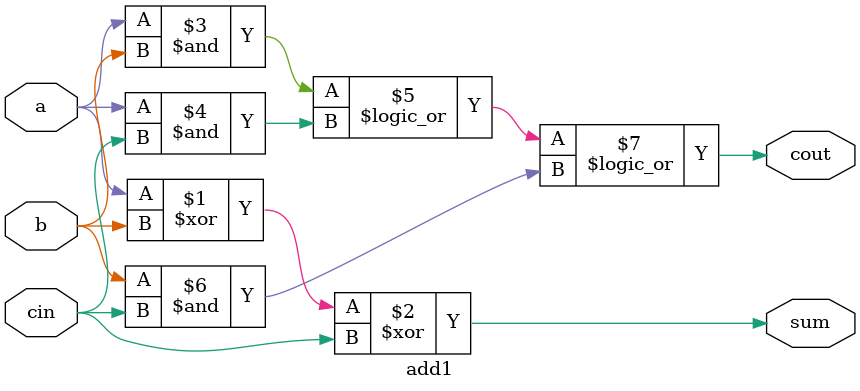
<source format=v>
module top_module (
    input [31:0] a,
    input [31:0] b,
    output [31:0] sum
);//
    wire con1,con2;
    add16 adder_1(a[15:0], b[15:0], 0, sum[15:0], con1);
    add16 adder_2(a[31:16], b[31:16], con1, sum[31:16], con2);
endmodule

module add1 ( input a,input b,input cin,output sum,output cout );//寫全加器
    assign sum = a^b^cin;
    assign cout = (a&b)||(a&cin)||(b&cin);
endmodule
</source>
